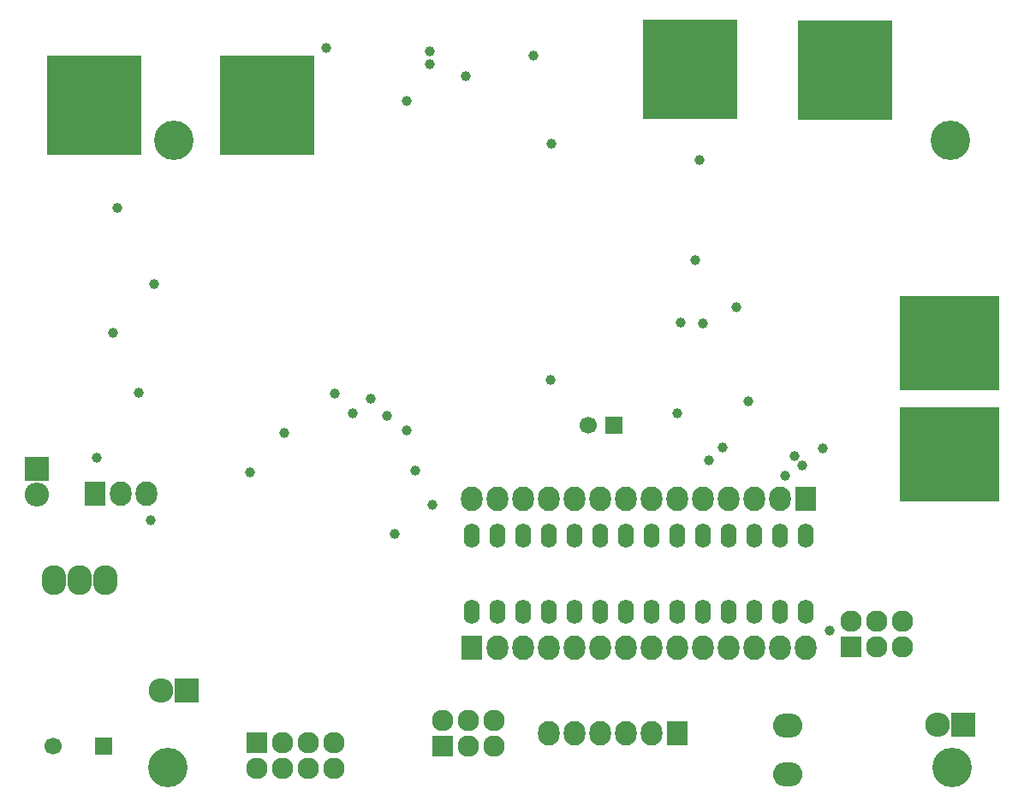
<source format=gbr>
G04 #@! TF.FileFunction,Soldermask,Bot*
%FSLAX46Y46*%
G04 Gerber Fmt 4.6, Leading zero omitted, Abs format (unit mm)*
G04 Created by KiCad (PCBNEW 4.0.1-stable) date 11.07.2016 15:10:56*
%MOMM*%
G01*
G04 APERTURE LIST*
%ADD10C,0.100000*%
%ADD11O,1.600000X2.400000*%
%ADD12R,2.432000X2.432000*%
%ADD13O,2.432000X2.432000*%
%ADD14C,3.900000*%
%ADD15R,2.127200X2.127200*%
%ADD16O,2.127200X2.127200*%
%ADD17R,2.127200X2.432000*%
%ADD18O,2.127200X2.432000*%
%ADD19O,2.432000X2.940000*%
%ADD20O,2.899360X2.398980*%
%ADD21O,2.398980X2.398980*%
%ADD22R,2.398980X2.398980*%
%ADD23R,1.700000X1.700000*%
%ADD24C,1.700000*%
%ADD25R,9.400000X9.900000*%
%ADD26R,9.900000X9.400000*%
%ADD27C,1.000000*%
G04 APERTURE END LIST*
D10*
D11*
X105676700Y-96125500D03*
X105676700Y-103645500D03*
X108216700Y-96125500D03*
X108216700Y-103645500D03*
X110756700Y-96125500D03*
X110756700Y-103645500D03*
X113296700Y-96125500D03*
X113296700Y-103645500D03*
X115836700Y-96125500D03*
X115836700Y-103645500D03*
X118376700Y-96125500D03*
X118376700Y-103645500D03*
X120916700Y-96125500D03*
X120916700Y-103645500D03*
X123456700Y-96125500D03*
X123456700Y-103645500D03*
X125996700Y-96125500D03*
X125996700Y-103645500D03*
X128536700Y-96125500D03*
X128536700Y-103645500D03*
X131076700Y-96125500D03*
X131076700Y-103645500D03*
X133616700Y-96125500D03*
X133616700Y-103645500D03*
X136156700Y-96125500D03*
X136156700Y-103645500D03*
X138696700Y-96125500D03*
X138696700Y-103645500D03*
D12*
X77449680Y-111480600D03*
D13*
X74909680Y-111480600D03*
D14*
X153177240Y-119039640D03*
X75636880Y-119039640D03*
X76200000Y-57000000D03*
D15*
X143200000Y-107100000D03*
D16*
X143200000Y-104560000D03*
X145740000Y-107100000D03*
X145740000Y-104560000D03*
X148280000Y-107100000D03*
X148280000Y-104560000D03*
D15*
X84455000Y-116586000D03*
D16*
X84455000Y-119126000D03*
X86995000Y-116586000D03*
X86995000Y-119126000D03*
X89535000Y-116586000D03*
X89535000Y-119126000D03*
X92075000Y-116586000D03*
X92075000Y-119126000D03*
D17*
X125984000Y-115697000D03*
D18*
X123444000Y-115697000D03*
X120904000Y-115697000D03*
X118364000Y-115697000D03*
X115824000Y-115697000D03*
X113284000Y-115697000D03*
D19*
X66940000Y-100500000D03*
X69480000Y-100500000D03*
X64400000Y-100500000D03*
D20*
X136906000Y-119788940D03*
X136906000Y-114907060D03*
D17*
X105664000Y-107188000D03*
D18*
X108204000Y-107188000D03*
X110744000Y-107188000D03*
X113284000Y-107188000D03*
X115824000Y-107188000D03*
X118364000Y-107188000D03*
X120904000Y-107188000D03*
X123444000Y-107188000D03*
X125984000Y-107188000D03*
X128524000Y-107188000D03*
X131064000Y-107188000D03*
X133604000Y-107188000D03*
X136144000Y-107188000D03*
X138684000Y-107188000D03*
D17*
X138696700Y-92481400D03*
D18*
X136156700Y-92481400D03*
X133616700Y-92481400D03*
X131076700Y-92481400D03*
X128536700Y-92481400D03*
X125996700Y-92481400D03*
X123456700Y-92481400D03*
X120916700Y-92481400D03*
X118376700Y-92481400D03*
X115836700Y-92481400D03*
X113296700Y-92481400D03*
X110756700Y-92481400D03*
X108216700Y-92481400D03*
X105676700Y-92481400D03*
D21*
X62636400Y-92036900D03*
D22*
X62636400Y-89496900D03*
D23*
X119700000Y-85200000D03*
D24*
X117200000Y-85200000D03*
D12*
X154241500Y-114858800D03*
D13*
X151701500Y-114858800D03*
D17*
X68389500Y-91973400D03*
D18*
X70929500Y-91973400D03*
X73469500Y-91973400D03*
D15*
X102793800Y-116967000D03*
D16*
X102793800Y-114427000D03*
X105333800Y-116967000D03*
X105333800Y-114427000D03*
X107873800Y-116967000D03*
X107873800Y-114427000D03*
D14*
X153000000Y-57000000D03*
D23*
X69300000Y-117000000D03*
D24*
X64300000Y-117000000D03*
D25*
X142601600Y-50075200D03*
X85401600Y-53575200D03*
X127301600Y-49975200D03*
D26*
X152924800Y-88101600D03*
X152924800Y-77101600D03*
D25*
X68298400Y-53524800D03*
D27*
X68600000Y-88400000D03*
X101800000Y-93100000D03*
X140400000Y-87500000D03*
X130500000Y-87400000D03*
X141100000Y-105500000D03*
X128209040Y-58943240D03*
X127749300Y-68884800D03*
X126000000Y-84000000D03*
X133000000Y-82800000D03*
X131800000Y-73500000D03*
X113500000Y-80700000D03*
X105100000Y-50700000D03*
X72750000Y-82000000D03*
X87116920Y-85999320D03*
X98033840Y-95976440D03*
X83708240Y-89855040D03*
X99200000Y-53100000D03*
X95700000Y-82600000D03*
X97300000Y-84300000D03*
X99200000Y-85700000D03*
X73900000Y-94600000D03*
X137600000Y-88300000D03*
X129100000Y-88700000D03*
X91300000Y-47900000D03*
X70600000Y-63700000D03*
X74228960Y-71282560D03*
X70185280Y-76108560D03*
X138400000Y-89200000D03*
X136700000Y-90200000D03*
X93900000Y-84000000D03*
X92120720Y-82087720D03*
X101500000Y-49500000D03*
X101500000Y-48200000D03*
X100076000Y-89687400D03*
X128500000Y-75100000D03*
X126339600Y-75057000D03*
X113548160Y-57388760D03*
X111760000Y-48671480D03*
M02*

</source>
